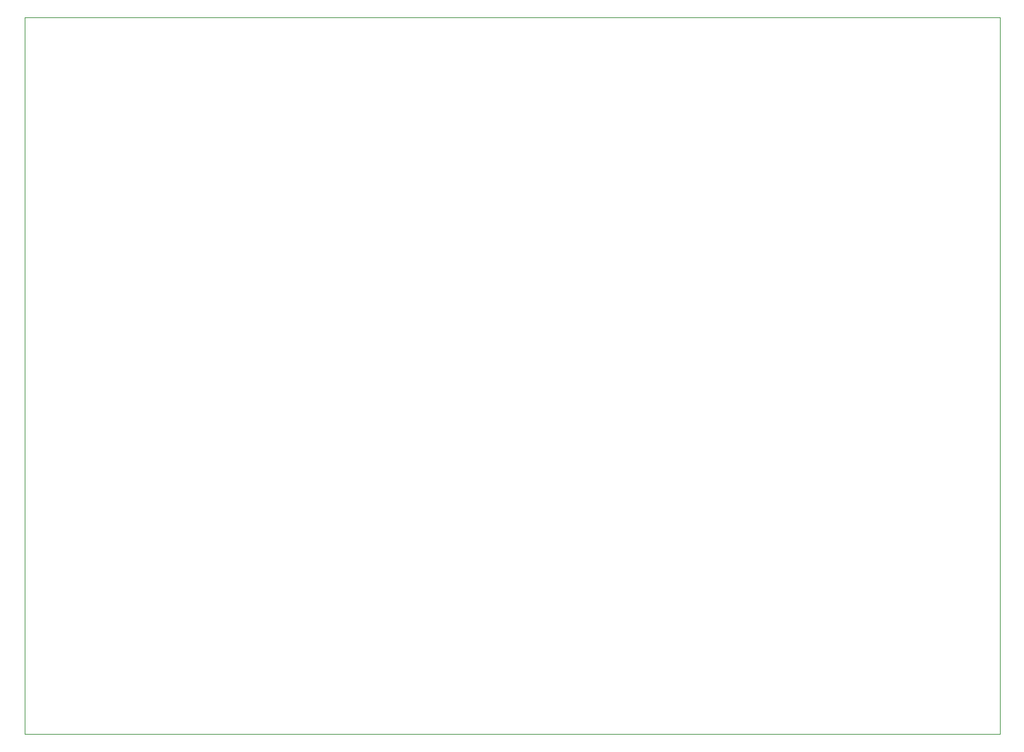
<source format=gbr>
%TF.GenerationSoftware,KiCad,Pcbnew,9.0.2*%
%TF.CreationDate,2025-11-22T01:12:36+01:00*%
%TF.ProjectId,playduino_sheep_tester,706c6179-6475-4696-9e6f-5f7368656570,rev?*%
%TF.SameCoordinates,Original*%
%TF.FileFunction,Profile,NP*%
%FSLAX46Y46*%
G04 Gerber Fmt 4.6, Leading zero omitted, Abs format (unit mm)*
G04 Created by KiCad (PCBNEW 9.0.2) date 2025-11-22 01:12:36*
%MOMM*%
%LPD*%
G01*
G04 APERTURE LIST*
%TA.AperFunction,Profile*%
%ADD10C,0.050000*%
%TD*%
G04 APERTURE END LIST*
D10*
X199130000Y-135650000D02*
X75530000Y-135650000D01*
X75530000Y-44850000D02*
X199130000Y-44850000D01*
X199130000Y-44850000D02*
X199130000Y-135650000D01*
X75530000Y-135650000D02*
X75530000Y-44850000D01*
M02*

</source>
